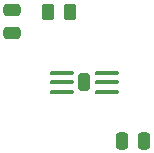
<source format=gbr>
%TF.GenerationSoftware,KiCad,Pcbnew,6.0.7-f9a2dced07~116~ubuntu20.04.1*%
%TF.CreationDate,2022-10-31T14:46:48+01:00*%
%TF.ProjectId,sgp41_board,73677034-315f-4626-9f61-72642e6b6963,rev?*%
%TF.SameCoordinates,Original*%
%TF.FileFunction,Paste,Top*%
%TF.FilePolarity,Positive*%
%FSLAX46Y46*%
G04 Gerber Fmt 4.6, Leading zero omitted, Abs format (unit mm)*
G04 Created by KiCad (PCBNEW 6.0.7-f9a2dced07~116~ubuntu20.04.1) date 2022-10-31 14:46:48*
%MOMM*%
%LPD*%
G01*
G04 APERTURE LIST*
G04 Aperture macros list*
%AMRoundRect*
0 Rectangle with rounded corners*
0 $1 Rounding radius*
0 $2 $3 $4 $5 $6 $7 $8 $9 X,Y pos of 4 corners*
0 Add a 4 corners polygon primitive as box body*
4,1,4,$2,$3,$4,$5,$6,$7,$8,$9,$2,$3,0*
0 Add four circle primitives for the rounded corners*
1,1,$1+$1,$2,$3*
1,1,$1+$1,$4,$5*
1,1,$1+$1,$6,$7*
1,1,$1+$1,$8,$9*
0 Add four rect primitives between the rounded corners*
20,1,$1+$1,$2,$3,$4,$5,0*
20,1,$1+$1,$4,$5,$6,$7,0*
20,1,$1+$1,$6,$7,$8,$9,0*
20,1,$1+$1,$8,$9,$2,$3,0*%
G04 Aperture macros list end*
%ADD10RoundRect,0.250000X0.250000X0.475000X-0.250000X0.475000X-0.250000X-0.475000X0.250000X-0.475000X0*%
%ADD11RoundRect,0.250000X0.475000X-0.250000X0.475000X0.250000X-0.475000X0.250000X-0.475000X-0.250000X0*%
%ADD12RoundRect,0.100000X-0.900000X-0.100000X0.900000X-0.100000X0.900000X0.100000X-0.900000X0.100000X0*%
%ADD13RoundRect,0.262500X-0.262500X-0.487500X0.262500X-0.487500X0.262500X0.487500X-0.262500X0.487500X0*%
%ADD14RoundRect,0.250000X-0.262500X-0.450000X0.262500X-0.450000X0.262500X0.450000X-0.262500X0.450000X0*%
G04 APERTURE END LIST*
D10*
%TO.C,C2*%
X116200000Y-43053000D03*
X114300000Y-43053000D03*
%TD*%
D11*
%TO.C,C1*%
X105029000Y-33904000D03*
X105029000Y-32004000D03*
%TD*%
D12*
%TO.C,U1*%
X109248000Y-37300000D03*
X109248000Y-38100000D03*
X109248000Y-38900000D03*
X113048000Y-38900000D03*
X113048000Y-38100000D03*
X113048000Y-37300000D03*
D13*
X111098000Y-38100000D03*
%TD*%
D14*
%TO.C,R2*%
X108077000Y-32131000D03*
X109902000Y-32131000D03*
%TD*%
M02*

</source>
